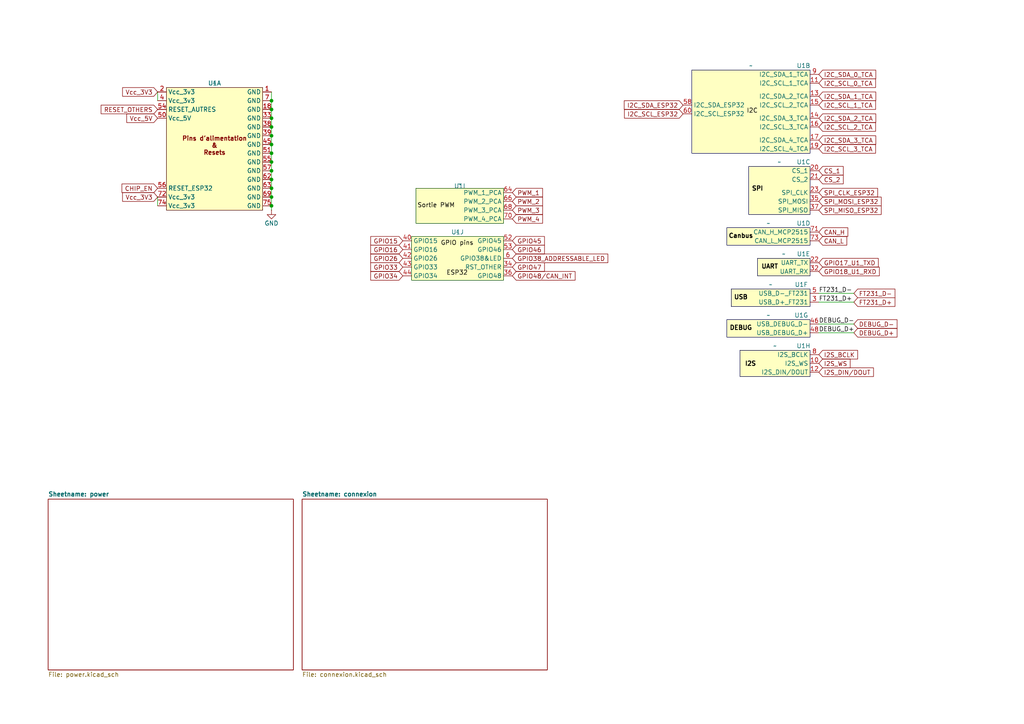
<source format=kicad_sch>
(kicad_sch (version 20231120) (generator "eeschema") (generator_version "8.0")
  (paper "A4")
  (lib_symbols
    (symbol "connecteur_SOM_ESP32_V2_1"
      (property "Reference" "U" (at 0 9.652 0))
      (symbol "connecteur_SOM_ESP32_V2_1_1_1"
        (rectangle (start -13.97 0) (end 13.97 -35.56) (stroke (width 0) (color 72 0 0 1)) (fill (type background)))
        (text "Pins d'alimentation\n&\nResets" (at 0 -16.764 0) (effects (font (size 1.27 1.27) (bold yes))))
        (pin power_in line (at 16.51 -1.27 180) (length 2.54) (name "GND") (number "1"))
        (pin power_in line (at 16.51 -6.35 180) (length 2.54) (name "GND") (number "18"))
        (pin power_in line (at -16.51 -1.27 0) (length 2.54) (name "Vcc_3v3") (number "2"))
        (pin power_in line (at 16.51 -8.89 180) (length 2.54) (name "GND") (number "33"))
        (pin power_in line (at 16.51 -11.43 180) (length 2.54) (name "GND") (number "38"))
        (pin power_in line (at 16.51 -13.97 180) (length 2.54) (name "GND") (number "39"))
        (pin power_in line (at -16.51 -3.81 0) (length 2.54) (name "Vcc_3v3") (number "4"))
        (pin power_in line (at 16.51 -16.51 180) (length 2.54) (name "GND") (number "45"))
        (pin power_in line (at -16.51 -8.89 0) (length 2.54) (name "Vcc_5V") (number "50"))
        (pin power_in line (at 16.51 -19.05 180) (length 2.54) (name "GND") (number "51"))
        (pin bidirectional line (at -16.51 -6.35 0) (length 2.54) (name "RESET_AUTRES") (number "54"))
        (pin power_in line (at 16.51 -21.59 180) (length 2.54) (name "GND") (number "55"))
        (pin bidirectional line (at -16.51 -29.21 0) (length 2.54) (name "RESET_ESP32") (number "56"))
        (pin power_in line (at 16.51 -24.13 180) (length 2.54) (name "GND") (number "57"))
        (pin power_in line (at 16.51 -26.67 180) (length 2.54) (name "GND") (number "62"))
        (pin power_in line (at 16.51 -29.21 180) (length 2.54) (name "GND") (number "63"))
        (pin power_in line (at 16.51 -31.75 180) (length 2.54) (name "GND") (number "69"))
        (pin power_in line (at 16.51 -3.81 180) (length 2.54) (name "GND") (number "7"))
        (pin power_in line (at -16.51 -31.75 0) (length 2.54) (name "Vcc_3v3") (number "72"))
        (pin power_in line (at -16.51 -34.29 0) (length 2.54) (name "Vcc_3v3") (number "74"))
        (pin power_in line (at 16.51 -34.29 180) (length 2.54) (name "GND") (number "75"))
      )
      (symbol "connecteur_SOM_ESP32_V2_1_2_1"
        (rectangle (start -17.78 0) (end 16.51 -24.13) (stroke (width 0) (color 0 0 72 1)) (fill (type background)))
        (text "I2C" (at -0.254 -11.684 0) (effects (font (size 1.27 1.27))))
        (pin bidirectional line (at 19.05 -3.81 180) (length 2.54) (name "I2C_SCL_1_TCA") (number "11"))
        (pin bidirectional line (at 19.05 -7.62 180) (length 2.54) (name "I2C_SDA_2_TCA") (number "13"))
        (pin bidirectional line (at 19.05 -13.97 180) (length 2.54) (name "I2C_SDA_3_TCA") (number "14"))
        (pin bidirectional line (at 19.05 -10.16 180) (length 2.54) (name "I2C_SCL_2_TCA") (number "15"))
        (pin bidirectional line (at 19.05 -16.51 180) (length 2.54) (name "I2C_SCL_3_TCA") (number "16"))
        (pin bidirectional line (at 19.05 -20.32 180) (length 2.54) (name "I2C_SDA_4_TCA") (number "17"))
        (pin bidirectional line (at 19.05 -22.86 180) (length 2.54) (name "I2C_SCL_4_TCA") (number "19"))
        (pin bidirectional line (at -20.32 -10.16 0) (length 2.54) (name "I2C_SDA_ESP32") (number "58"))
        (pin bidirectional line (at -20.32 -12.7 0) (length 2.54) (name "I2C_SCL_ESP32") (number "60"))
        (pin bidirectional line (at 19.05 -1.27 180) (length 2.54) (name "I2C_SDA_1_TCA") (number "9"))
      )
      (symbol "connecteur_SOM_ESP32_V2_1_3_1"
        (rectangle (start -2.54 6.35) (end 15.24 -7.62) (stroke (width 0) (color 0 0 72 1)) (fill (type background)))
        (text "SPI" (at 0 0 0) (effects (font (size 1.27 1.27) (bold yes))))
        (pin bidirectional line (at 17.78 5.08 180) (length 2.54) (name "CS_1") (number "20"))
        (pin bidirectional line (at 17.78 2.54 180) (length 2.54) (name "CS_2") (number "21"))
        (pin bidirectional line (at 17.78 -1.27 180) (length 2.54) (name "SPI_CLK") (number "23"))
        (pin bidirectional line (at 17.78 -3.81 180) (length 2.54) (name "SPI_MOSI") (number "35"))
        (pin bidirectional line (at 17.78 -6.35 180) (length 2.54) (name "SPI_MISO") (number "37"))
      )
      (symbol "connecteur_SOM_ESP32_V2_1_4_1"
        (rectangle (start -12.7 2.54) (end 11.43 -2.54) (stroke (width 0) (color 0 0 72 1)) (fill (type background)))
        (text "Canbus" (at -8.636 0.254 0) (effects (font (size 1.27 1.27) (bold yes))))
        (pin bidirectional line (at 13.97 1.27 180) (length 2.54) (name "CAN_H_MCP2515") (number "71"))
        (pin bidirectional line (at 13.97 -1.27 180) (length 2.54) (name "CAN_L_MCP2515") (number "73"))
      )
      (symbol "connecteur_SOM_ESP32_V2_1_5_1"
        (rectangle (start -11.43 2.54) (end 3.81 -2.54) (stroke (width 0) (color 0 0 72 1)) (fill (type background)))
        (text "UART" (at -7.874 0.254 0) (effects (font (size 1.27 1.27) (bold yes))))
        (pin bidirectional line (at 6.35 1.27 180) (length 2.54) (name "UART_TX") (number "22"))
        (pin bidirectional line (at 6.35 -1.27 180) (length 2.54) (name "UART_RX") (number "32"))
      )
      (symbol "connecteur_SOM_ESP32_V2_1_6_1"
        (rectangle (start -13.97 2.54) (end 8.89 -2.54) (stroke (width 0) (color 0 0 72 1)) (fill (type background)))
        (text "USB" (at -11.176 0.254 0) (effects (font (size 1.27 1.27) (bold yes))))
        (pin bidirectional line (at 11.43 -1.27 180) (length 2.54) (name "USB_D+_FT231") (number "3"))
        (pin bidirectional line (at 11.43 1.27 180) (length 2.54) (name "USB_D-_FT231") (number "5"))
      )
      (symbol "connecteur_SOM_ESP32_V2_1_7_1"
        (rectangle (start -13.97 2.54) (end 10.16 -2.54) (stroke (width 0) (color 0 0 72 1)) (fill (type background)))
        (text "DEBUG" (at -9.906 0.254 0) (effects (font (size 1.27 1.27) (bold yes))))
        (pin bidirectional line (at 12.7 1.27 180) (length 2.54) (name "USB_DEBUG_D-") (number "46"))
        (pin bidirectional line (at 12.7 -1.27 180) (length 2.54) (name "USB_DEBUG_D+") (number "48"))
      )
      (symbol "connecteur_SOM_ESP32_V2_1_8_1"
        (rectangle (start -15.24 3.81) (end 5.08 -3.81) (stroke (width 0) (color 0 0 72 1)) (fill (type background)))
        (text "I2S" (at -12.192 0 0) (effects (font (size 1.27 1.27) (bold yes))))
        (pin bidirectional line (at 7.62 0 180) (length 2.54) (name "I2S_WS") (number "10"))
        (pin bidirectional line (at 7.62 -2.54 180) (length 2.54) (name "I2S_DIN/DOUT") (number "12"))
        (pin bidirectional line (at 7.62 2.54 180) (length 2.54) (name "I2S_BCLK") (number "8"))
      )
      (symbol "connecteur_SOM_ESP32_V2_1_9_1"
        (rectangle (start -11.43 5.08) (end 13.97 -5.08) (stroke (width 0) (color 0 72 0 1)) (fill (type background)))
        (text "Sortie PWM\n" (at -5.588 0.254 0) (effects (font (size 1.27 1.27))))
        (pin output line (at 16.51 3.81 180) (length 2.54) (name "PWM_1_PCA") (number "64"))
        (pin output line (at 16.51 1.27 180) (length 2.54) (name "PWM_2_PCA") (number "66"))
        (pin output line (at 16.51 -1.27 180) (length 2.54) (name "PWM_3_PCA") (number "68"))
        (pin output line (at 16.51 -3.81 180) (length 2.54) (name "PWM_4_PCA") (number "70"))
      )
      (symbol "connecteur_SOM_ESP32_V2_1_10_1"
        (rectangle (start -13.97 3.81) (end 12.7 -8.89) (stroke (width 0) (color 0 72 0 1)) (fill (type background)))
        (text "ESP32\n" (at -0.762 -6.604 0) (effects (font (size 1.27 1.27))))
        (text "GPIO pins" (at -0.762 2.032 0) (effects (font (size 1.27 1.27))))
        (pin bidirectional line (at 15.24 -5.08 180) (length 2.54) (name "RST_OTHER") (number "34"))
        (pin bidirectional line (at 15.24 -7.62 180) (length 2.54) (name "GPIO48") (number "36"))
        (pin bidirectional line (at -16.51 2.54 0) (length 2.54) (name "GPIO15") (number "40"))
        (pin bidirectional line (at -16.51 0 0) (length 2.54) (name "GPIO16") (number "41"))
        (pin bidirectional line (at -16.51 -2.54 0) (length 2.54) (name "GPIO26") (number "42"))
        (pin bidirectional line (at -16.51 -5.08 0) (length 2.54) (name "GPIO33") (number "43"))
        (pin bidirectional line (at -16.51 -7.62 0) (length 2.54) (name "GPIO34") (number "44"))
        (pin bidirectional line (at 15.24 2.54 180) (length 2.54) (name "GPIO45") (number "52"))
        (pin bidirectional line (at 15.24 0 180) (length 2.54) (name "GPIO46") (number "53"))
        (pin bidirectional line (at 15.24 -2.54 180) (length 2.54) (name "GPIO38&LED") (number "6"))
      )
    )
    (symbol "connecteur_m2_SoM_esp32_keyE:connecteur_SOM_ESP32_V2"
      (property "Reference" "U" (at 0 9.652 0))
      (symbol "connecteur_SOM_ESP32_V2_1_1"
        (rectangle (start -13.97 0) (end 13.97 -35.56) (stroke (width 0) (color 72 0 0 1)) (fill (type background)))
        (text "Pins d'alimentation\n&\nResets" (at 0 -16.764 0) (effects (font (size 1.27 1.27) (bold yes))))
        (pin power_in line (at 16.51 -1.27 180) (length 2.54) (name "GND") (number "1"))
        (pin power_in line (at 16.51 -6.35 180) (length 2.54) (name "GND") (number "18"))
        (pin power_in line (at -16.51 -1.27 0) (length 2.54) (name "Vcc_3v3") (number "2"))
        (pin power_in line (at 16.51 -8.89 180) (length 2.54) (name "GND") (number "33"))
        (pin power_in line (at 16.51 -11.43 180) (length 2.54) (name "GND") (number "38"))
        (pin power_in line (at 16.51 -13.97 180) (length 2.54) (name "GND") (number "39"))
        (pin power_in line (at -16.51 -3.81 0) (length 2.54) (name "Vcc_3v3") (number "4"))
        (pin power_in line (at 16.51 -16.51 180) (length 2.54) (name "GND") (number "45"))
        (pin power_in line (at -16.51 -8.89 0) (length 2.54) (name "Vcc_5V") (number "50"))
        (pin power_in line (at 16.51 -19.05 180) (length 2.54) (name "GND") (number "51"))
        (pin bidirectional line (at -16.51 -6.35 0) (length 2.54) (name "RESET_AUTRES") (number "54"))
        (pin power_in line (at 16.51 -21.59 180) (length 2.54) (name "GND") (number "55"))
        (pin bidirectional line (at -16.51 -29.21 0) (length 2.54) (name "RESET_ESP32") (number "56"))
        (pin power_in line (at 16.51 -24.13 180) (length 2.54) (name "GND") (number "57"))
        (pin power_in line (at 16.51 -26.67 180) (length 2.54) (name "GND") (number "62"))
        (pin power_in line (at 16.51 -29.21 180) (length 2.54) (name "GND") (number "63"))
        (pin power_in line (at 16.51 -31.75 180) (length 2.54) (name "GND") (number "69"))
        (pin power_in line (at 16.51 -3.81 180) (length 2.54) (name "GND") (number "7"))
        (pin power_in line (at -16.51 -31.75 0) (length 2.54) (name "Vcc_3v3") (number "72"))
        (pin power_in line (at -16.51 -34.29 0) (length 2.54) (name "Vcc_3v3") (number "74"))
        (pin power_in line (at 16.51 -34.29 180) (length 2.54) (name "GND") (number "75"))
      )
      (symbol "connecteur_SOM_ESP32_V2_2_1"
        (rectangle (start -17.78 0) (end 16.51 -24.13) (stroke (width 0) (color 0 0 72 1)) (fill (type background)))
        (text "I2C" (at -0.254 -11.684 0) (effects (font (size 1.27 1.27))))
        (pin bidirectional line (at 19.05 -3.81 180) (length 2.54) (name "I2C_SCL_1_TCA") (number "11"))
        (pin bidirectional line (at 19.05 -7.62 180) (length 2.54) (name "I2C_SDA_2_TCA") (number "13"))
        (pin bidirectional line (at 19.05 -13.97 180) (length 2.54) (name "I2C_SDA_3_TCA") (number "14"))
        (pin bidirectional line (at 19.05 -10.16 180) (length 2.54) (name "I2C_SCL_2_TCA") (number "15"))
        (pin bidirectional line (at 19.05 -16.51 180) (length 2.54) (name "I2C_SCL_3_TCA") (number "16"))
        (pin bidirectional line (at 19.05 -20.32 180) (length 2.54) (name "I2C_SDA_4_TCA") (number "17"))
        (pin bidirectional line (at 19.05 -22.86 180) (length 2.54) (name "I2C_SCL_4_TCA") (number "19"))
        (pin bidirectional line (at -20.32 -10.16 0) (length 2.54) (name "I2C_SDA_ESP32") (number "58"))
        (pin bidirectional line (at -20.32 -12.7 0) (length 2.54) (name "I2C_SCL_ESP32") (number "60"))
        (pin bidirectional line (at 19.05 -1.27 180) (length 2.54) (name "I2C_SDA_1_TCA") (number "9"))
      )
      (symbol "connecteur_SOM_ESP32_V2_3_1"
        (rectangle (start -2.54 6.35) (end 15.24 -7.62) (stroke (width 0) (color 0 0 72 1)) (fill (type background)))
        (text "SPI" (at 0 0 0) (effects (font (size 1.27 1.27) (bold yes))))
        (pin bidirectional line (at 17.78 5.08 180) (length 2.54) (name "SPI_CS_5") (number "20"))
        (pin bidirectional line (at 17.78 2.54 180) (length 2.54) (name "SPI_CS_6") (number "21"))
        (pin bidirectional line (at 17.78 -1.27 180) (length 2.54) (name "SPI_CLK") (number "23"))
        (pin bidirectional line (at 17.78 -3.81 180) (length 2.54) (name "SPI_MOSI") (number "35"))
        (pin bidirectional line (at 17.78 -6.35 180) (length 2.54) (name "SPI_MISO") (number "37"))
      )
      (symbol "connecteur_SOM_ESP32_V2_4_1"
        (rectangle (start -12.7 2.54) (end 11.43 -2.54) (stroke (width 0) (color 0 0 72 1)) (fill (type background)))
        (text "Canbus" (at -8.636 0.254 0) (effects (font (size 1.27 1.27) (bold yes))))
        (pin bidirectional line (at 13.97 1.27 180) (length 2.54) (name "CAN_H_MCP2515") (number "71"))
        (pin bidirectional line (at 13.97 -1.27 180) (length 2.54) (name "CAN_L_MCP2515") (number "73"))
      )
      (symbol "connecteur_SOM_ESP32_V2_5_1"
        (rectangle (start -11.43 2.54) (end 3.81 -2.54) (stroke (width 0) (color 0 0 72 1)) (fill (type background)))
        (text "UART" (at -7.874 0.254 0) (effects (font (size 1.27 1.27) (bold yes))))
        (pin bidirectional line (at 6.35 1.27 180) (length 2.54) (name "UART_TX") (number "22"))
        (pin bidirectional line (at 6.35 -1.27 180) (length 2.54) (name "UART_RX") (number "32"))
      )
      (symbol "connecteur_SOM_ESP32_V2_6_1"
        (rectangle (start -13.97 2.54) (end 8.89 -2.54) (stroke (width 0) (color 0 0 72 1)) (fill (type background)))
        (text "USB" (at -11.176 0.254 0) (effects (font (size 1.27 1.27) (bold yes))))
        (pin bidirectional line (at 11.43 -1.27 180) (length 2.54) (name "USB_D+_FT231") (number "3"))
        (pin bidirectional line (at 11.43 1.27 180) (length 2.54) (name "USB_D-_FT231") (number "5"))
      )
      (symbol "connecteur_SOM_ESP32_V2_7_1"
        (rectangle (start -13.97 2.54) (end 10.16 -2.54) (stroke (width 0) (color 0 0 72 1)) (fill (type background)))
        (text "DEBUG" (at -9.906 0.254 0) (effects (font (size 1.27 1.27) (bold yes))))
        (pin bidirectional line (at 12.7 1.27 180) (length 2.54) (name "USB_DEBUG_D-") (number "46"))
        (pin bidirectional line (at 12.7 -1.27 180) (length 2.54) (name "USB_DEBUG_D+") (number "48"))
      )
      (symbol "connecteur_SOM_ESP32_V2_8_1"
        (rectangle (start -15.24 3.81) (end 5.08 -3.81) (stroke (width 0) (color 0 0 72 1)) (fill (type background)))
        (text "I2S" (at -12.192 0 0) (effects (font (size 1.27 1.27) (bold yes))))
        (pin bidirectional line (at 7.62 0 180) (length 2.54) (name "I2S_WS") (number "10"))
        (pin bidirectional line (at 7.62 -2.54 180) (length 2.54) (name "I2S_DIN/DOUT") (number "12"))
        (pin bidirectional line (at 7.62 2.54 180) (length 2.54) (name "I2S_BCLK") (number "8"))
      )
      (symbol "connecteur_SOM_ESP32_V2_9_1"
        (rectangle (start -11.43 5.08) (end 13.97 -5.08) (stroke (width 0) (color 0 72 0 1)) (fill (type background)))
        (text "Sortie PWM\n" (at -5.588 0.254 0) (effects (font (size 1.27 1.27))))
        (pin output line (at 16.51 3.81 180) (length 2.54) (name "PWM_1_PCA") (number "64"))
        (pin output line (at 16.51 1.27 180) (length 2.54) (name "PWM_2_PCA") (number "66"))
        (pin output line (at 16.51 -1.27 180) (length 2.54) (name "PWM_3_PCA") (number "68"))
        (pin output line (at 16.51 -3.81 180) (length 2.54) (name "PWM_4_PCA") (number "70"))
      )
      (symbol "connecteur_SOM_ESP32_V2_10_1"
        (rectangle (start -13.97 3.81) (end 12.7 -8.89) (stroke (width 0) (color 0 72 0 1)) (fill (type background)))
        (text "ESP32\n" (at -0.762 -6.604 0) (effects (font (size 1.27 1.27))))
        (text "GPIO pins" (at -0.762 2.032 0) (effects (font (size 1.27 1.27))))
        (pin bidirectional line (at 15.24 -5.08 180) (length 2.54) (name "RST_OTHER") (number "34"))
        (pin bidirectional line (at 15.24 -7.62 180) (length 2.54) (name "GPIO48") (number "36"))
        (pin bidirectional line (at -16.51 2.54 0) (length 2.54) (name "GPIO15") (number "40"))
        (pin bidirectional line (at -16.51 0 0) (length 2.54) (name "GPIO16") (number "41"))
        (pin bidirectional line (at -16.51 -2.54 0) (length 2.54) (name "GPIO26") (number "42"))
        (pin bidirectional line (at -16.51 -5.08 0) (length 2.54) (name "GPIO33") (number "43"))
        (pin bidirectional line (at -16.51 -7.62 0) (length 2.54) (name "GPIO34") (number "44"))
        (pin bidirectional line (at 15.24 2.54 180) (length 2.54) (name "GPIO45") (number "52"))
        (pin bidirectional line (at 15.24 0 180) (length 2.54) (name "GPIO46") (number "53"))
        (pin bidirectional line (at 15.24 -2.54 180) (length 2.54) (name "GPIO38&LED") (number "6"))
      )
    )
    (symbol "power:GND" (power) (pin_numbers hide) (pin_names (offset 0) hide)
      (property "Value" "GND" (at 0 -3.81 0))
      (symbol "GND_0_1"
        (polyline (pts (xy 0 0) (xy 0 -1.27) (xy 1.27 -1.27) (xy 0 -2.54) (xy -1.27 -1.27) (xy 0 -1.27)))
      )
      (symbol "GND_1_1"
        (pin power_in line (at 0 0 270) (length 0) (name "~") (number "1"))
      )
    )
  )
  (junction (at 78.74 31.75))
  (junction (at 78.74 34.29))
  (junction (at 78.74 46.99))
  (junction (at 78.74 59.69))
  (junction (at 78.74 29.21))
  (junction (at 78.74 54.61))
  (junction (at 78.74 52.07))
  (junction (at 78.74 44.45))
  (junction (at 78.74 36.83))
  (junction (at 78.74 39.37))
  (junction (at 78.74 41.91))
  (junction (at 78.74 57.15))
  (junction (at 78.74 49.53))
  (wire (pts (xy 78.74 39.37) (xy 78.74 41.91)))
  (wire (pts (xy 237.49 85.09) (xy 247.65 85.09)))
  (wire (pts (xy 78.74 26.67) (xy 78.74 29.21)))
  (wire (pts (xy 78.74 44.45) (xy 78.74 46.99)))
  (wire (pts (xy 78.74 36.83) (xy 78.74 39.37)))
  (wire (pts (xy 45.72 26.67) (xy 45.72 29.21)))
  (wire (pts (xy 78.74 41.91) (xy 78.74 44.45)))
  (wire (pts (xy 78.74 54.61) (xy 78.74 57.15)))
  (wire (pts (xy 237.49 93.98) (xy 247.65 93.98)))
  (wire (pts (xy 78.74 29.21) (xy 78.74 31.75)))
  (wire (pts (xy 78.74 49.53) (xy 78.74 52.07)))
  (wire (pts (xy 78.74 34.29) (xy 78.74 36.83)))
  (wire (pts (xy 78.74 31.75) (xy 78.74 34.29)))
  (wire (pts (xy 237.49 96.52) (xy 247.65 96.52)))
  (wire (pts (xy 45.72 57.15) (xy 45.72 59.69)))
  (wire (pts (xy 78.74 59.69) (xy 78.74 60.96)))
  (wire (pts (xy 237.49 87.63) (xy 247.65 87.63)))
  (wire (pts (xy 78.74 46.99) (xy 78.74 49.53)))
  (wire (pts (xy 78.74 57.15) (xy 78.74 59.69)))
  (wire (pts (xy 78.74 52.07) (xy 78.74 54.61)))
  (label "FT231_D+" (at 237.49 87.63 0))
  (label "DEBUG_D-" (at 237.49 93.98 0))
  (label "FT231_D-" (at 237.49 85.09 0))
  (label "DEBUG_D+" (at 237.49 96.52 0))
  (global_label "GPIO16" (shape input) (at 116.84 72.39 180) (property "Intersheetrefs" "${INTERSHEET_REFS}" (effects (hide yes))))
  (global_label "CAN_L" (shape input) (at 237.49 69.85 0) (property "Intersheetrefs" "${INTERSHEET_REFS}" (effects (hide yes))))
  (global_label "PWM_1" (shape input) (at 148.59 55.88 0) (property "Intersheetrefs" "${INTERSHEET_REFS}" (effects (hide yes))))
  (global_label "I2C_SCL_ESP32" (shape input) (at 198.12 33.02 180) (property "Intersheetrefs" "${INTERSHEET_REFS}" (effects (hide yes))))
  (global_label "Vcc_5V" (shape input) (at 45.72 34.29 180) (property "Intersheetrefs" "${INTERSHEET_REFS}" (effects (hide yes))))
  (global_label "I2C_SDA_ESP32" (shape input) (at 198.12 30.48 180) (property "Intersheetrefs" "${INTERSHEET_REFS}" (effects (hide yes))))
  (global_label "Vcc_3V3" (shape input) (at 45.72 26.67 180) (property "Intersheetrefs" "${INTERSHEET_REFS}" (effects (hide yes))))
  (global_label "I2C_SDA_1_TCA" (shape input) (at 237.49 27.94 0) (property "Intersheetrefs" "${INTERSHEET_REFS}" (effects (hide yes))))
  (global_label "I2C_SDA_2_TCA" (shape input) (at 237.49 34.29 0) (property "Intersheetrefs" "${INTERSHEET_REFS}" (effects (hide yes))))
  (global_label "I2C_SCL_3_TCA" (shape input) (at 237.49 43.18 0) (property "Intersheetrefs" "${INTERSHEET_REFS}" (effects (hide yes))))
  (global_label "DEBUG_D+" (shape input) (at 247.65 96.52 0) (property "Intersheetrefs" "${INTERSHEET_REFS}" (effects (hide yes))))
  (global_label "I2C_SCL_1_TCA" (shape input) (at 237.49 30.48 0) (property "Intersheetrefs" "${INTERSHEET_REFS}" (effects (hide yes))))
  (global_label "SPI_MISO_ESP32" (shape input) (at 237.49 60.96 0) (property "Intersheetrefs" "${INTERSHEET_REFS}" (effects (hide yes))))
  (global_label "GPIO17_U1_TXD" (shape input) (at 237.49 76.2 0) (property "Intersheetrefs" "${INTERSHEET_REFS}" (effects (hide yes))))
  (global_label "I2C_SDA_0_TCA" (shape input) (at 237.49 21.59 0) (property "Intersheetrefs" "${INTERSHEET_REFS}" (effects (hide yes))))
  (global_label "DEBUG_D-" (shape input) (at 247.65 93.98 0) (property "Intersheetrefs" "${INTERSHEET_REFS}" (effects (hide yes))))
  (global_label "GPIO45" (shape input) (at 148.59 69.85 0) (property "Intersheetrefs" "${INTERSHEET_REFS}" (effects (hide yes))))
  (global_label "GPIO34" (shape input) (at 116.84 80.01 180) (property "Intersheetrefs" "${INTERSHEET_REFS}" (effects (hide yes))))
  (global_label "PWM_2" (shape input) (at 148.59 58.42 0) (property "Intersheetrefs" "${INTERSHEET_REFS}" (effects (hide yes))))
  (global_label "I2C_SCL_2_TCA" (shape input) (at 237.49 36.83 0) (property "Intersheetrefs" "${INTERSHEET_REFS}" (effects (hide yes))))
  (global_label "I2C_SDA_3_TCA" (shape input) (at 237.49 40.64 0) (property "Intersheetrefs" "${INTERSHEET_REFS}" (effects (hide yes))))
  (global_label "GPIO46" (shape input) (at 148.59 72.39 0) (property "Intersheetrefs" "${INTERSHEET_REFS}" (effects (hide yes))))
  (global_label "SPI_MOSI_ESP32" (shape input) (at 237.49 58.42 0) (property "Intersheetrefs" "${INTERSHEET_REFS}" (effects (hide yes))))
  (global_label "Vcc_3V3" (shape input) (at 45.72 57.15 180) (property "Intersheetrefs" "${INTERSHEET_REFS}" (effects (hide yes))))
  (global_label "RESET_OTHERS" (shape input) (at 45.72 31.75 180) (property "Intersheetrefs" "${INTERSHEET_REFS}" (effects (hide yes))))
  (global_label "GPIO33" (shape input) (at 116.84 77.47 180) (property "Intersheetrefs" "${INTERSHEET_REFS}" (effects (hide yes))))
  (global_label "GPIO18_U1_RXD" (shape input) (at 237.49 78.74 0) (property "Intersheetrefs" "${INTERSHEET_REFS}" (effects (hide yes))))
  (global_label "PWM_3" (shape input) (at 148.59 60.96 0) (property "Intersheetrefs" "${INTERSHEET_REFS}" (effects (hide yes))))
  (global_label "CS_2" (shape input) (at 237.49 52.07 0) (property "Intersheetrefs" "${INTERSHEET_REFS}" (effects (hide yes))))
  (global_label "CAN_H" (shape input) (at 237.49 67.31 0) (property "Intersheetrefs" "${INTERSHEET_REFS}" (effects (hide yes))))
  (global_label "FT231_D-" (shape input) (at 247.65 85.09 0) (property "Intersheetrefs" "${INTERSHEET_REFS}" (effects (hide yes))))
  (global_label "GPIO15" (shape input) (at 116.84 69.85 180) (property "Intersheetrefs" "${INTERSHEET_REFS}" (effects (hide yes))))
  (global_label "PWM_4" (shape input) (at 148.59 63.5 0) (property "Intersheetrefs" "${INTERSHEET_REFS}" (effects (hide yes))))
  (global_label "CHIP_EN" (shape input) (at 45.72 54.61 180) (property "Intersheetrefs" "${INTERSHEET_REFS}" (effects (hide yes))))
  (global_label "FT231_D+" (shape input) (at 247.65 87.63 0) (property "Intersheetrefs" "${INTERSHEET_REFS}" (effects (hide yes))))
  (global_label "I2S_DIN{slash}DOUT" (shape input) (at 237.49 107.95 0) (property "Intersheetrefs" "${INTERSHEET_REFS}" (effects (hide yes))))
  (global_label "SPI_CLK_ESP32" (shape input) (at 237.49 55.88 0) (property "Intersheetrefs" "${INTERSHEET_REFS}" (effects (hide yes))))
  (global_label "CS_1" (shape input) (at 237.49 49.53 0) (property "Intersheetrefs" "${INTERSHEET_REFS}" (effects (hide yes))))
  (global_label "GPIO48{slash}CAN_INT" (shape input) (at 148.59 80.01 0) (property "Intersheetrefs" "${INTERSHEET_REFS}" (effects (hide yes))))
  (global_label "GPIO38_ADDRESSABLE_LED" (shape input) (at 148.59 74.93 0) (property "Intersheetrefs" "${INTERSHEET_REFS}" (effects (hide yes))))
  (global_label "GPIO47" (shape input) (at 148.59 77.47 0) (property "Intersheetrefs" "${INTERSHEET_REFS}" (effects (hide yes))))
  (global_label "I2S_BCLK" (shape input) (at 237.49 102.87 0) (property "Intersheetrefs" "${INTERSHEET_REFS}" (effects (hide yes))))
  (global_label "I2C_SCL_0_TCA" (shape input) (at 237.49 24.13 0) (property "Intersheetrefs" "${INTERSHEET_REFS}" (effects (hide yes))))
  (global_label "GPIO26" (shape input) (at 116.84 74.93 180) (property "Intersheetrefs" "${INTERSHEET_REFS}" (effects (hide yes))))
  (global_label "I2S_WS" (shape input) (at 237.49 105.41 0) (property "Intersheetrefs" "${INTERSHEET_REFS}" (effects (hide yes))))
  (symbol (lib_id "connecteur_m2_SoM_esp32_keyE:connecteur_SOM_ESP32_V2") (at 226.06 86.36 0) (unit 6)
    (property "Reference" "U1" (at 232.41 82.55 0))
    (property "Value" "~" (at 223.52 82.55 0))
    (property "Footprint" "MDT320E01001:AMPHENOL_MDT320E01001" (effects (hide yes)))
  )
  (symbol (lib_id "connecteur_m2_SoM_esp32_keyE:connecteur_SOM_ESP32_V2") (at 218.44 20.32 0) (unit 2)
    (property "Reference" "U1" (at 233.045 19.05 0))
    (property "Value" "~" (at 217.805 19.05 0))
    (property "Footprint" "MDT320E01001:AMPHENOL_MDT320E01001" (effects (hide yes)))
  )
  (symbol (lib_id "connecteur_m2_SoM_esp32_keyE:connecteur_SOM_ESP32_V2") (at 133.35 72.39 0) (unit 10)
    (property "Reference" "U1" (at 132.715 67.31 0))
    (property "Value" "~" (at 132.715 67.31 0))
    (property "Footprint" "MDT320E01001:AMPHENOL_MDT320E01001" (effects (hide yes)))
  )
  (symbol (lib_id "connecteur_m2_SoM_esp32_keyE:connecteur_SOM_ESP32_V2") (at 62.23 25.4 0) (unit 1)
    (property "Reference" "U1" (at 62.23 24.13 0))
    (property "Value" "~" (at 62.23 24.13 0))
    (property "Footprint" "MDT320E01001:AMPHENOL_MDT320E01001" (effects (hide yes)))
  )
  (symbol (lib_name "connecteur_SOM_ESP32_V2_1") (lib_id "connecteur_m2_SoM_esp32_keyE:connecteur_SOM_ESP32_V2") (at 219.71 54.61 0) (unit 3)
    (property "Reference" "U1" (at 233.045 46.99 0))
    (property "Value" "~" (at 226.06 46.99 0))
    (property "Footprint" "MDT320E01001:AMPHENOL_MDT320E01001" (effects (hide yes)))
  )
  (symbol (lib_id "power:GND") (at 78.74 60.96 0) (unit 1)
    (property "Reference" "#PWR01" (effects (hide yes)))
    (property "Value" "GND" (at 78.74 64.77 0))
    (property "Description" "Power symbol creates a global label with name \"GND\" , ground" (effects (hide yes)))
  )
  (symbol (lib_id "connecteur_m2_SoM_esp32_keyE:connecteur_SOM_ESP32_V2") (at 223.52 68.58 0) (unit 4)
    (property "Reference" "U1" (at 233.045 64.77 0))
    (property "Value" "~" (at 222.885 64.77 0))
    (property "Footprint" "MDT320E01001:AMPHENOL_MDT320E01001" (effects (hide yes)))
  )
  (symbol (lib_id "connecteur_m2_SoM_esp32_keyE:connecteur_SOM_ESP32_V2") (at 132.08 59.69 0) (unit 9)
    (property "Reference" "U1" (at 133.35 53.975 0))
    (property "Value" "~" (at 133.35 53.34 0))
    (property "Footprint" "MDT320E01001:AMPHENOL_MDT320E01001" (effects (hide yes)))
  )
  (symbol (lib_id "connecteur_m2_SoM_esp32_keyE:connecteur_SOM_ESP32_V2") (at 224.79 95.25 0) (unit 7)
    (property "Reference" "U1" (at 232.41 91.44 0))
    (property "Value" "~" (at 222.885 91.44 0))
    (property "Footprint" "MDT320E01001:AMPHENOL_MDT320E01001" (effects (hide yes)))
  )
  (symbol (lib_id "connecteur_m2_SoM_esp32_keyE:connecteur_SOM_ESP32_V2") (at 229.87 105.41 0) (unit 8)
    (property "Reference" "U1" (at 233.045 100.33 0))
    (property "Value" "~" (at 224.79 100.33 0))
    (property "Footprint" "MDT320E01001:AMPHENOL_MDT320E01001" (effects (hide yes)))
  )
  (symbol (lib_id "connecteur_m2_SoM_esp32_keyE:connecteur_SOM_ESP32_V2") (at 231.14 77.47 0) (unit 5)
    (property "Reference" "U1" (at 233.045 73.66 0))
    (property "Value" "~" (at 227.33 73.66 0))
    (property "Footprint" "MDT320E01001:AMPHENOL_MDT320E01001" (effects (hide yes)))
  )
  (sheet (at 87.63 144.78) (size 71.12 49.53) (stroke (width 0.1524))
    (property "Sheetname" "connexion" (at 87.63 144.0684 0) (show_name yes) (effects (font (bold yes)) (justify left bottom)))
    (property "Sheetfile" "connexion.kicad_sch" (at 87.63 194.8946 0) (effects (justify left top)))
  )
  (sheet (at 13.97 144.78) (size 71.12 49.53) (stroke (width 0.1524))
    (property "Sheetname" "power" (at 13.97 144.0684 0) (show_name yes) (effects (font (bold yes)) (justify left bottom)))
    (property "Sheetfile" "power.kicad_sch" (at 13.97 194.8946 0) (effects (justify left top)))
  )
)
</source>
